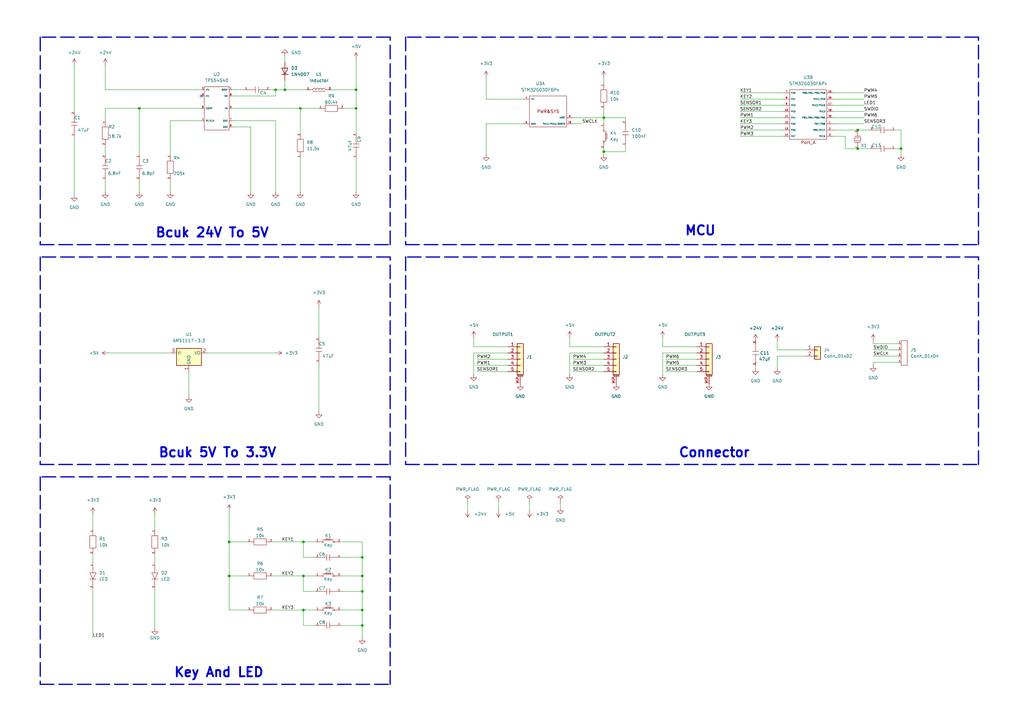
<source format=kicad_sch>
(kicad_sch (version 20211123) (generator eeschema)
  (paper "A3")
  (lib_symbols
    (symbol "Basic_crystal_and_oscillator:Xtal-2"
      (property "Reference" "X" (at -2.54 -2.54 0))
      (property "Value" "Xtal-2" (at 0 2.54 0))
      (symbol "Xtal-2_0_1"
        (rectangle (start -0.635 1.27) (end 0.635 -1.27))
        (polyline (pts (xy -2.54 0) (xy -1.27 0)))
        (polyline (pts (xy -1.27 1.27) (xy -1.27 -1.27)))
        (polyline (pts (xy 1.27 0) (xy 2.54 0)))
        (polyline (pts (xy 1.27 1.27) (xy 1.27 -1.27)))
      )
      (symbol "Xtal-2_1_1"
        (pin passive line (at -3.81 0 0) (length 1.27) (name "") (number "1"))
        (pin passive line (at 3.81 0 180) (length 1.27) (name "") (number "2"))
      )
    )
    (symbol "Basic_passive_components:Capacitor" (pin_names (offset 1.016))
      (property "Reference" "C" (at -4.445 -2.54 0))
      (property "Value" "Capacitor" (at 0 2.54 0))
      (symbol "Capacitor_0_1"
        (polyline (pts (xy -3.81 0) (xy -0.635 0)))
        (polyline (pts (xy -0.635 1.27) (xy -0.635 -1.27)))
        (polyline (pts (xy 0.635 0) (xy 3.81 0)))
        (polyline (pts (xy 0.635 1.27) (xy 0.635 -1.27)))
      )
      (symbol "Capacitor_1_1"
        (pin passive line (at -5.08 0 0) (length 1.27) (name "~") (number "1"))
        (pin passive line (at 5.08 0 180) (length 1.27) (name "~") (number "2"))
      )
    )
    (symbol "Basic_passive_components:Inductor" (pin_names (offset 1.016))
      (property "Reference" "L" (at -4.445 -2.54 0))
      (property "Value" "Inductor" (at 0 2.54 0))
      (symbol "Inductor_0_1"
        (arc (start -1.27 0) (mid -1.905 0.635) (end -2.54 0))
        (arc (start 0 0) (mid -0.635 0.635) (end -1.27 0))
        (polyline (pts (xy -2.54 -0.635) (xy 2.54 -0.635)))
        (polyline (pts (xy -2.54 0) (xy -3.81 0)))
        (polyline (pts (xy 2.54 0) (xy 3.81 0)))
        (arc (start 1.27 0) (mid 0.635 0.635) (end 0 0))
        (arc (start 2.54 0) (mid 1.905 0.635) (end 1.27 0))
      )
      (symbol "Inductor_1_1"
        (pin passive line (at -5.08 0 0) (length 1.27) (name "~") (number "1"))
        (pin passive line (at 5.08 0 180) (length 1.27) (name "~") (number "2"))
      )
    )
    (symbol "Basic_passive_components:Key"
      (property "Reference" "K" (at -3.81 -2.54 0))
      (property "Value" "Key" (at 0 2.54 0))
      (symbol "Key_0_1"
        (circle (center -2.1844 0) (radius 0.254))
        (rectangle (start -0.9144 0.8128) (end 0.9144 1.3208))
        (polyline (pts (xy -3.81 0) (xy -2.54 0)))
        (polyline (pts (xy 2.1336 0.8128) (xy -2.1844 0.8128)) (stroke (width 0.2032)))
        (polyline (pts (xy 2.54 0) (xy 3.81 0)))
        (circle (center 2.1336 0) (radius 0.254))
        (circle (center 2.54 0) (radius 0.0001))
        (circle (center 2.54 0) (radius 0.0001))
      )
      (symbol "Key_1_1"
        (pin passive line (at -5.08 0 0) (length 1.27) (name "~") (number "1"))
        (pin passive line (at 5.08 0 180) (length 1.27) (name "~") (number "2"))
      )
    )
    (symbol "Basic_passive_components:LED"
      (property "Reference" "D" (at -3.81 -2.54 0))
      (property "Value" "LED" (at 0 2.54 0))
      (symbol "LED_0_1"
        (polyline (pts (xy -2.54 0) (xy 0 0)))
        (polyline (pts (xy 0 1.27) (xy 0 -1.27)))
        (polyline (pts (xy 2.54 0) (xy 5.08 0)))
        (polyline (pts (xy 2.54 1.27) (xy 0 0) (xy 2.54 -1.27) (xy 2.54 1.27)))
      )
      (symbol "LED_1_1"
        (pin passive line (at 6.35 0 180) (length 1.27) (name "") (number "1"))
        (pin passive line (at -3.81 0 0) (length 1.27) (name "") (number "2"))
      )
    )
    (symbol "Basic_passive_components:Resistor" (pin_names (offset 1.016))
      (property "Reference" "R" (at -4.445 -2.54 0))
      (property "Value" "Resistor" (at 0 2.54 0))
      (symbol "Resistor_0_1"
        (rectangle (start -2.54 1.27) (end 2.54 -1.27))
        (polyline (pts (xy -3.81 0) (xy -2.54 0)))
        (polyline (pts (xy 2.54 0) (xy 3.81 0)))
      )
      (symbol "Resistor_1_1"
        (pin passive line (at -5.08 0 0) (length 1.27) (name "~") (number "1"))
        (pin passive line (at 5.08 0 180) (length 1.27) (name "~") (number "2"))
      )
    )
    (symbol "Connector_Generic:Conn_01x02" (pin_names (offset 1.016) hide)
      (property "Reference" "J" (at 0 2.54 0))
      (property "Value" "Conn_01x02" (at 0 -5.08 0))
      (symbol "Conn_01x02_1_1"
        (rectangle (start -1.27 -2.413) (end 0 -2.667) (stroke (width 0.1524)))
        (rectangle (start -1.27 0.127) (end 0 -0.127) (stroke (width 0.1524)))
        (rectangle (start -1.27 1.27) (end 1.27 -3.81) (stroke (width 0.254)) (fill (type background)))
        (pin passive line (at -5.08 0 0) (length 3.81) (name "Pin_1") (number "1"))
        (pin passive line (at -5.08 -2.54 0) (length 3.81) (name "Pin_2") (number "2"))
      )
    )
    (symbol "Connector_Generic_MountingPin:Conn_01x05_MountingPin" (pin_names (offset 1.016) hide)
      (property "Reference" "J" (at 0 7.62 0))
      (property "Value" "Conn_01x05_MountingPin" (at 1.27 -7.62 0))
      (symbol "Conn_01x05_MountingPin_1_1"
        (rectangle (start -1.27 -4.953) (end 0 -5.207) (stroke (width 0.1524)))
        (rectangle (start -1.27 -2.413) (end 0 -2.667) (stroke (width 0.1524)))
        (rectangle (start -1.27 0.127) (end 0 -0.127) (stroke (width 0.1524)))
        (rectangle (start -1.27 2.667) (end 0 2.413) (stroke (width 0.1524)))
        (rectangle (start -1.27 5.207) (end 0 4.953) (stroke (width 0.1524)))
        (rectangle (start -1.27 6.35) (end 1.27 -6.35) (stroke (width 0.254)) (fill (type background)))
        (polyline (pts (xy -1.016 -7.112) (xy 1.016 -7.112)) (stroke (width 0.1524)))
        (text "Mounting" (at 0 -6.731 0) (effects (font (size 0.381 0.381))))
        (pin passive line (at -5.08 5.08 0) (length 3.81) (name "Pin_1") (number "1"))
        (pin passive line (at -5.08 2.54 0) (length 3.81) (name "Pin_2") (number "2"))
        (pin passive line (at -5.08 0 0) (length 3.81) (name "Pin_3") (number "3"))
        (pin passive line (at -5.08 -2.54 0) (length 3.81) (name "Pin_4") (number "4"))
        (pin passive line (at -5.08 -5.08 0) (length 3.81) (name "Pin_5") (number "5"))
        (pin passive line (at 0 -10.16 90) (length 3.048) (name "MountPin") (number "MP"))
      )
    )
    (symbol "Diode:1N4007" (pin_numbers hide) (pin_names (offset 1.016) hide)
      (property "Reference" "D" (at 0 2.54 0))
      (property "Value" "1N4007" (at 0 -2.54 0))
      (symbol "1N4007_0_1"
        (polyline (pts (xy -1.27 1.27) (xy -1.27 -1.27)) (stroke (width 0.254)))
        (polyline (pts (xy 1.27 0) (xy -1.27 0)))
        (polyline (pts (xy 1.27 1.27) (xy 1.27 -1.27) (xy -1.27 0) (xy 1.27 1.27)) (stroke (width 0.254)))
      )
      (symbol "1N4007_1_1"
        (pin passive line (at -3.81 0 0) (length 2.54) (name "K") (number "1"))
        (pin passive line (at 3.81 0 180) (length 2.54) (name "A") (number "2"))
      )
    )
    (symbol "Integrated-circuit_DC-DC_controller:TPS54540"
      (property "Reference" "U" (at 0 11.43 0))
      (property "Value" "TPS54540" (at 0 8.89 0))
      (symbol "TPS54540_0_1"
        (rectangle (start -5.08 7.62) (end 5.08 -10.16) (stroke (width 0.1524)))
      )
      (symbol "TPS54540_1_1"
        (pin power_out line (at 6.35 6.35 180) (length 1.27) (name "BOOT") (number "1"))
        (pin power_in line (at -6.35 6.35 0) (length 1.27) (name "Vin") (number "2"))
        (pin input line (at -6.35 3.81 0) (length 1.27) (name "EN") (number "3"))
        (pin input line (at -6.35 -6.35 0) (length 1.27) (name "RT/CLK") (number "4"))
        (pin input line (at 6.35 -1.27 180) (length 1.27) (name "FB") (number "5"))
        (pin output line (at -6.35 -1.27 0) (length 1.27) (name "COMP") (number "6"))
        (pin power_in line (at 6.35 -6.35 180) (length 1.27) (name "GND") (number "7"))
        (pin input line (at 6.35 3.81 180) (length 1.27) (name "SW") (number "8"))
        (pin power_in line (at 6.35 -8.89 180) (length 1.27) (name "GND") (number "9"))
      )
    )
    (symbol "Integrated-circuit_micro-controller:STM32G030F6Px"
      (property "Reference" "U" (at 0 12.7 0))
      (property "Value" "STM32G030F6Px" (at 0 10.16 0))
      (symbol "STM32G030F6Px_1_0"
        (rectangle (start -13.97 1.27) (end -13.97 1.27) (stroke (width 0.1524)))
        (rectangle (start -13.97 1.27) (end -13.97 1.27) (stroke (width 0.1524)))
        (text "PWR&SYS" (at 0 0 0) (effects (font (size 1.27 1.27))))
      )
      (symbol "STM32G030F6Px_1_1"
        (rectangle (start -7.62 6.35) (end 7.62 -6.35))
        (pin bidirectional line (at 10.16 -5.08 180) (length 2.54) (name "PA14/PA15/BOOT0") (number "19"))
        (pin power_in line (at -10.16 5.08 0) (length 2.54) (name "Vin") (number "4"))
        (pin power_in line (at -10.16 -5.08 0) (length 2.54) (name "GND") (number "5"))
        (pin input line (at 10.16 -2.54 180) (length 2.54) (name "nRST") (number "6"))
      )
      (symbol "STM32G030F6Px_2_0"
        (text "Port_A" (at 0 -12.7 0) (effects (font (size 1.27 1.27))))
      )
      (symbol "STM32G030F6Px_2_1"
        (rectangle (start -7.62 8.89) (end 7.62 -11.43))
        (pin bidirectional line (at 10.16 -5.08 180) (length 2.54) (name "PB7/PB8") (number "1"))
        (pin bidirectional line (at -10.16 0 0) (length 2.54) (name "PA3") (number "10"))
        (pin bidirectional line (at -10.16 -2.54 0) (length 2.54) (name "PA4") (number "11"))
        (pin bidirectional line (at -10.16 -5.08 0) (length 2.54) (name "PA5") (number "12"))
        (pin bidirectional line (at -10.16 -7.62 0) (length 2.54) (name "PA6") (number "13"))
        (pin bidirectional line (at -10.16 -10.16 0) (length 2.54) (name "PA7") (number "14"))
        (pin bidirectional line (at 10.16 7.62 180) (length 2.54) (name "PB0/PB1/PB2/PA8") (number "15"))
        (pin bidirectional line (at 10.16 5.08 180) (length 2.54) (name "PA11/PA9") (number "16"))
        (pin bidirectional line (at 10.16 2.54 180) (length 2.54) (name "PA12/PA10") (number "17"))
        (pin bidirectional line (at 10.16 0 180) (length 2.54) (name "PA13") (number "18"))
        (pin bidirectional line (at 10.16 -7.62 180) (length 2.54) (name "PB9/PC14") (number "2"))
        (pin bidirectional line (at 10.16 -2.54 180) (length 2.54) (name "PB3/PB4/PB5/PB6") (number "20"))
        (pin bidirectional line (at 10.16 -10.16 180) (length 2.54) (name "PC15") (number "3"))
        (pin bidirectional line (at -10.16 7.62 0) (length 2.54) (name "PA0") (number "7"))
        (pin bidirectional line (at -10.16 5.08 0) (length 2.54) (name "PA1") (number "8"))
        (pin bidirectional line (at -10.16 2.54 0) (length 2.54) (name "PA2") (number "9"))
      )
    )
    (symbol "Link_W2B_connector:Conn_01x04"
      (property "Reference" "J" (at 0 -7.62 0))
      (property "Value" "Conn_01x04" (at 0 5.08 0))
      (symbol "Conn_01x04_0_0"
        (pin passive line (at -2.54 2.54 0) (length 1.27) (name "") (number "1"))
        (pin passive line (at -2.54 0 0) (length 1.27) (name "") (number "2"))
        (pin passive line (at -2.54 -2.54 0) (length 1.27) (name "") (number "3"))
        (pin passive line (at -2.54 -5.08 0) (length 1.27) (name "") (number "4"))
      )
      (symbol "Conn_01x04_0_1"
        (rectangle (start -1.27 3.81) (end 1.27 -6.35) (stroke (width 0.1524)))
      )
    )
    (symbol "Regulator_Linear:AMS1117-3.3" (pin_names (offset 0.254))
      (property "Reference" "U" (at -3.81 3.175 0))
      (property "Value" "AMS1117-3.3" (at 0 3.175 0))
      (symbol "AMS1117-3.3_0_1"
        (rectangle (start -5.08 -5.08) (end 5.08 1.905) (stroke (width 0.254)) (fill (type background)))
      )
      (symbol "AMS1117-3.3_1_1"
        (pin power_in line (at 0 -7.62 90) (length 2.54) (name "GND") (number "1"))
        (pin power_out line (at 7.62 0 180) (length 2.54) (name "VO") (number "2"))
        (pin power_in line (at -7.62 0 0) (length 2.54) (name "VI") (number "3"))
      )
    )
    (symbol "power:+24V" (power) (pin_names (offset 0))
      (property "Value" "+24V" (at 0 3.556 0))
      (symbol "+24V_0_1"
        (polyline (pts (xy -0.762 1.27) (xy 0 2.54)))
        (polyline (pts (xy 0 0) (xy 0 2.54)))
        (polyline (pts (xy 0 2.54) (xy 0.762 1.27)))
      )
      (symbol "+24V_1_1"
        (pin power_in line (at 0 0 90) (length 0) hide (name "+24V") (number "1"))
      )
    )
    (symbol "power:+3V3" (power) (pin_names (offset 0))
      (property "Value" "+3V3" (at 0 3.556 0))
      (symbol "+3V3_0_1"
        (polyline (pts (xy -0.762 1.27) (xy 0 2.54)))
        (polyline (pts (xy 0 0) (xy 0 2.54)))
        (polyline (pts (xy 0 2.54) (xy 0.762 1.27)))
      )
      (symbol "+3V3_1_1"
        (pin power_in line (at 0 0 90) (length 0) hide (name "+3V3") (number "1"))
      )
    )
    (symbol "power:+5V" (power) (pin_names (offset 0))
      (property "Value" "+5V" (at 0 3.556 0))
      (symbol "+5V_0_1"
        (polyline (pts (xy -0.762 1.27) (xy 0 2.54)))
        (polyline (pts (xy 0 0) (xy 0 2.54)))
        (polyline (pts (xy 0 2.54) (xy 0.762 1.27)))
      )
      (symbol "+5V_1_1"
        (pin power_in line (at 0 0 90) (length 0) hide (name "+5V") (number "1"))
      )
    )
    (symbol "power:GND" (power) (pin_names (offset 0))
      (property "Value" "GND" (at 0 -3.81 0))
      (symbol "GND_0_1"
        (polyline (pts (xy 0 0) (xy 0 -1.27) (xy 1.27 -1.27) (xy 0 -2.54) (xy -1.27 -1.27) (xy 0 -1.27)))
      )
      (symbol "GND_1_1"
        (pin power_in line (at 0 0 270) (length 0) hide (name "GND") (number "1"))
      )
    )
    (symbol "power:PWR_FLAG" (power) (pin_numbers hide) (pin_names (offset 0) hide)
      (property "Value" "PWR_FLAG" (at 0 3.81 0))
      (symbol "PWR_FLAG_0_0"
        (pin power_out line (at 0 0 90) (length 0) (name "pwr") (number "1"))
      )
      (symbol "PWR_FLAG_0_1"
        (polyline (pts (xy 0 0) (xy 0 1.27) (xy -1.016 1.905) (xy 0 2.54) (xy 1.016 1.905) (xy 0 1.27)))
      )
    )
  )
  (junction (at 148.59 250.19))
  (junction (at 351.79 60.96))
  (junction (at 146.05 44.45))
  (junction (at 93.98 236.22))
  (junction (at 124.46 250.19))
  (junction (at 146.05 36.83))
  (junction (at 247.65 48.26))
  (junction (at 116.84 36.83))
  (junction (at 124.46 222.25))
  (junction (at 124.46 236.22))
  (junction (at 148.59 256.54))
  (junction (at 369.57 60.96))
  (junction (at 93.98 222.25))
  (junction (at 148.59 228.6))
  (junction (at 148.59 236.22))
  (junction (at 123.19 44.45))
  (junction (at 148.59 242.57))
  (junction (at 247.65 62.23))
  (junction (at 57.15 44.45))
  (junction (at 113.03 36.83))
  (junction (at 351.79 53.34))
  (no_connect (at 82.55 39.37))
  (wire (pts (xy 95.25 44.45) (xy 123.19 44.45)))
  (wire (pts (xy 341.63 48.26) (xy 354.33 48.26)))
  (wire (pts (xy 195.58 147.32) (xy 208.28 147.32)))
  (wire (pts (xy 124.46 242.57) (xy 124.46 236.22)))
  (polyline (pts (xy 16.51 280.67) (xy 160.02 280.67)) (stroke (width 0.508) (type dash)))
  (wire (pts (xy 43.18 59.69) (xy 43.18 63.5)))
  (wire (pts (xy 148.59 256.54) (xy 148.59 261.62)))
  (wire (pts (xy 30.48 26.67) (xy 30.48 45.72)))
  (polyline (pts (xy 160.02 100.33) (xy 160.02 15.24)) (stroke (width 0.508) (type dash)))
  (wire (pts (xy 247.65 31.75) (xy 247.65 34.29)))
  (wire (pts (xy 273.05 152.4) (xy 285.75 152.4)))
  (wire (pts (xy 130.81 148.59) (xy 130.81 168.91)))
  (wire (pts (xy 303.53 53.34) (xy 321.31 53.34)))
  (wire (pts (xy 234.95 50.8) (xy 238.76 50.8)))
  (wire (pts (xy 148.59 250.19) (xy 148.59 256.54)))
  (wire (pts (xy 271.78 138.43) (xy 271.78 142.24)))
  (wire (pts (xy 309.88 149.86) (xy 309.88 151.13)))
  (wire (pts (xy 247.65 144.78) (xy 233.68 144.78)))
  (wire (pts (xy 194.31 142.24) (xy 208.28 142.24)))
  (wire (pts (xy 113.03 39.37) (xy 113.03 36.83)))
  (wire (pts (xy 358.14 139.7) (xy 358.14 140.97)))
  (wire (pts (xy 217.17 205.74) (xy 217.17 209.55)))
  (wire (pts (xy 256.54 48.26) (xy 247.65 48.26)))
  (polyline (pts (xy 16.51 195.58) (xy 16.51 280.67)) (stroke (width 0.508)))
  (polyline (pts (xy 16.51 190.5) (xy 160.02 190.5)) (stroke (width 0.508) (type dash)))
  (wire (pts (xy 148.59 236.22) (xy 148.59 228.6)))
  (wire (pts (xy 369.57 60.96) (xy 369.57 63.5)))
  (polyline (pts (xy 401.32 15.24) (xy 166.37 15.24)) (stroke (width 0.508)))
  (wire (pts (xy 303.53 50.8) (xy 321.31 50.8)))
  (wire (pts (xy 139.7 236.22) (xy 148.59 236.22)))
  (wire (pts (xy 341.63 55.88) (xy 346.71 55.88)))
  (wire (pts (xy 303.53 45.72) (xy 321.31 45.72)))
  (wire (pts (xy 271.78 142.24) (xy 285.75 142.24)))
  (polyline (pts (xy 160.02 190.5) (xy 160.02 105.41)) (stroke (width 0.508) (type dash)))
  (wire (pts (xy 116.84 36.83) (xy 125.73 36.83)))
  (wire (pts (xy 318.77 146.05) (xy 318.77 151.13)))
  (wire (pts (xy 195.58 149.86) (xy 208.28 149.86)))
  (wire (pts (xy 116.84 33.02) (xy 116.84 36.83)))
  (wire (pts (xy 43.18 44.45) (xy 43.18 49.53)))
  (wire (pts (xy 247.65 48.26) (xy 247.65 50.8)))
  (wire (pts (xy 130.81 125.73) (xy 130.81 138.43)))
  (wire (pts (xy 95.25 39.37) (xy 113.03 39.37)))
  (wire (pts (xy 123.19 44.45) (xy 130.81 44.45)))
  (wire (pts (xy 208.28 144.78) (xy 194.31 144.78)))
  (wire (pts (xy 341.63 43.18) (xy 354.33 43.18)))
  (wire (pts (xy 43.18 44.45) (xy 57.15 44.45)))
  (wire (pts (xy 146.05 64.77) (xy 146.05 78.74)))
  (wire (pts (xy 368.3 148.59) (xy 358.14 148.59)))
  (wire (pts (xy 247.65 62.23) (xy 247.65 63.5)))
  (wire (pts (xy 111.76 222.25) (xy 124.46 222.25)))
  (wire (pts (xy 77.47 152.4) (xy 77.47 162.56)))
  (wire (pts (xy 303.53 43.18) (xy 321.31 43.18)))
  (wire (pts (xy 330.2 146.05) (xy 318.77 146.05)))
  (wire (pts (xy 367.03 53.34) (xy 369.57 53.34)))
  (wire (pts (xy 124.46 256.54) (xy 124.46 250.19)))
  (wire (pts (xy 85.09 144.78) (xy 113.03 144.78)))
  (wire (pts (xy 63.5 227.33) (xy 63.5 231.14)))
  (wire (pts (xy 140.97 44.45) (xy 146.05 44.45)))
  (wire (pts (xy 303.53 55.88) (xy 321.31 55.88)))
  (wire (pts (xy 247.65 48.26) (xy 234.95 48.26)))
  (wire (pts (xy 129.54 228.6) (xy 124.46 228.6)))
  (polyline (pts (xy 160.02 15.24) (xy 16.51 15.24)) (stroke (width 0.508)))
  (wire (pts (xy 273.05 147.32) (xy 285.75 147.32)))
  (wire (pts (xy 341.63 50.8) (xy 354.33 50.8)))
  (polyline (pts (xy 160.02 105.41) (xy 16.51 105.41)) (stroke (width 0.508)))
  (wire (pts (xy 346.71 55.88) (xy 346.71 60.96)))
  (wire (pts (xy 146.05 44.45) (xy 146.05 54.61)))
  (wire (pts (xy 102.87 52.07) (xy 102.87 78.74)))
  (wire (pts (xy 44.45 144.78) (xy 69.85 144.78)))
  (wire (pts (xy 38.1 241.3) (xy 38.1 261.62)))
  (wire (pts (xy 358.14 140.97) (xy 368.3 140.97)))
  (wire (pts (xy 146.05 24.13) (xy 146.05 36.83)))
  (polyline (pts (xy 401.32 105.41) (xy 166.37 105.41)) (stroke (width 0.508)))
  (wire (pts (xy 93.98 222.25) (xy 93.98 236.22)))
  (wire (pts (xy 124.46 222.25) (xy 129.54 222.25)))
  (wire (pts (xy 199.39 40.64) (xy 199.39 31.75)))
  (wire (pts (xy 116.84 22.86) (xy 116.84 25.4)))
  (wire (pts (xy 367.03 60.96) (xy 369.57 60.96)))
  (wire (pts (xy 303.53 40.64) (xy 321.31 40.64)))
  (wire (pts (xy 351.79 60.96) (xy 356.87 60.96)))
  (wire (pts (xy 234.95 152.4) (xy 247.65 152.4)))
  (polyline (pts (xy 401.32 190.5) (xy 401.32 105.41)) (stroke (width 0.508) (type dash)))
  (wire (pts (xy 271.78 144.78) (xy 271.78 153.67)))
  (wire (pts (xy 139.7 228.6) (xy 148.59 228.6)))
  (wire (pts (xy 303.53 48.26) (xy 321.31 48.26)))
  (wire (pts (xy 233.68 138.43) (xy 233.68 142.24)))
  (wire (pts (xy 113.03 49.53) (xy 113.03 78.74)))
  (wire (pts (xy 124.46 228.6) (xy 124.46 222.25)))
  (wire (pts (xy 129.54 242.57) (xy 124.46 242.57)))
  (wire (pts (xy 95.25 49.53) (xy 113.03 49.53)))
  (wire (pts (xy 214.63 50.8) (xy 199.39 50.8)))
  (wire (pts (xy 358.14 143.51) (xy 368.3 143.51)))
  (polyline (pts (xy 16.51 100.33) (xy 160.02 100.33)) (stroke (width 0.508) (type dash)))
  (wire (pts (xy 113.03 36.83) (xy 116.84 36.83)))
  (wire (pts (xy 303.53 38.1) (xy 321.31 38.1)))
  (polyline (pts (xy 160.02 195.58) (xy 16.51 195.58)) (stroke (width 0.508)))
  (polyline (pts (xy 166.37 15.24) (xy 166.37 100.33)) (stroke (width 0.508)))
  (wire (pts (xy 69.85 49.53) (xy 69.85 63.5)))
  (wire (pts (xy 95.25 36.83) (xy 100.33 36.83)))
  (wire (pts (xy 38.1 227.33) (xy 38.1 231.14)))
  (wire (pts (xy 148.59 242.57) (xy 148.59 250.19)))
  (wire (pts (xy 233.68 144.78) (xy 233.68 153.67)))
  (wire (pts (xy 63.5 241.3) (xy 63.5 257.81)))
  (wire (pts (xy 30.48 55.88) (xy 30.48 80.01)))
  (wire (pts (xy 43.18 26.67) (xy 43.18 36.83)))
  (wire (pts (xy 247.65 44.45) (xy 247.65 48.26)))
  (wire (pts (xy 95.25 52.07) (xy 102.87 52.07)))
  (wire (pts (xy 256.54 62.23) (xy 247.65 62.23)))
  (wire (pts (xy 38.1 210.82) (xy 38.1 217.17)))
  (polyline (pts (xy 166.37 100.33) (xy 401.32 100.33)) (stroke (width 0.508) (type dash)))
  (polyline (pts (xy 16.51 15.24) (xy 16.51 100.33)) (stroke (width 0.508)))
  (wire (pts (xy 148.59 236.22) (xy 148.59 242.57)))
  (wire (pts (xy 148.59 228.6) (xy 148.59 222.25)))
  (polyline (pts (xy 401.32 100.33) (xy 401.32 15.24)) (stroke (width 0.508) (type dash)))
  (wire (pts (xy 93.98 222.25) (xy 101.6 222.25)))
  (wire (pts (xy 358.14 148.59) (xy 358.14 149.86)))
  (wire (pts (xy 194.31 138.43) (xy 194.31 142.24)))
  (wire (pts (xy 341.63 45.72) (xy 354.33 45.72)))
  (wire (pts (xy 229.87 205.74) (xy 229.87 208.28)))
  (wire (pts (xy 139.7 250.19) (xy 148.59 250.19)))
  (polyline (pts (xy 166.37 105.41) (xy 166.37 190.5)) (stroke (width 0.508)))
  (wire (pts (xy 341.63 53.34) (xy 351.79 53.34)))
  (wire (pts (xy 93.98 236.22) (xy 101.6 236.22)))
  (polyline (pts (xy 166.37 190.5) (xy 401.32 190.5)) (stroke (width 0.508) (type dash)))
  (wire (pts (xy 204.47 205.74) (xy 204.47 209.55)))
  (wire (pts (xy 214.63 40.64) (xy 199.39 40.64)))
  (wire (pts (xy 234.95 147.32) (xy 247.65 147.32)))
  (wire (pts (xy 247.65 60.96) (xy 247.65 62.23)))
  (wire (pts (xy 234.95 149.86) (xy 247.65 149.86)))
  (wire (pts (xy 69.85 73.66) (xy 69.85 78.74)))
  (wire (pts (xy 123.19 64.77) (xy 123.19 78.74)))
  (polyline (pts (xy 16.51 105.41) (xy 16.51 190.5)) (stroke (width 0.508)))
  (wire (pts (xy 358.14 146.05) (xy 368.3 146.05)))
  (wire (pts (xy 285.75 144.78) (xy 271.78 144.78)))
  (wire (pts (xy 369.57 53.34) (xy 369.57 60.96)))
  (wire (pts (xy 124.46 236.22) (xy 129.54 236.22)))
  (wire (pts (xy 111.76 236.22) (xy 124.46 236.22)))
  (wire (pts (xy 93.98 250.19) (xy 101.6 250.19)))
  (wire (pts (xy 57.15 73.66) (xy 57.15 78.74)))
  (wire (pts (xy 139.7 256.54) (xy 148.59 256.54)))
  (wire (pts (xy 124.46 250.19) (xy 129.54 250.19)))
  (wire (pts (xy 57.15 44.45) (xy 57.15 63.5)))
  (wire (pts (xy 191.77 205.74) (xy 191.77 209.55)))
  (wire (pts (xy 69.85 49.53) (xy 82.55 49.53)))
  (wire (pts (xy 351.79 53.34) (xy 356.87 53.34)))
  (wire (pts (xy 43.18 36.83) (xy 82.55 36.83)))
  (wire (pts (xy 341.63 38.1) (xy 354.33 38.1)))
  (polyline (pts (xy 160.02 280.67) (xy 160.02 195.58)) (stroke (width 0.508) (type dash)))
  (wire (pts (xy 194.31 144.78) (xy 194.31 153.67)))
  (wire (pts (xy 93.98 209.55) (xy 93.98 222.25)))
  (wire (pts (xy 111.76 250.19) (xy 124.46 250.19)))
  (wire (pts (xy 146.05 36.83) (xy 135.89 36.83)))
  (wire (pts (xy 273.05 149.86) (xy 285.75 149.86)))
  (wire (pts (xy 233.68 142.24) (xy 247.65 142.24)))
  (wire (pts (xy 113.03 36.83) (xy 110.49 36.83)))
  (wire (pts (xy 341.63 40.64) (xy 354.33 40.64)))
  (wire (pts (xy 330.2 143.51) (xy 318.77 143.51)))
  (wire (pts (xy 256.54 49.53) (xy 256.54 48.26)))
  (wire (pts (xy 318.77 143.51) (xy 318.77 139.7)))
  (wire (pts (xy 146.05 36.83) (xy 146.05 44.45)))
  (wire (pts (xy 346.71 60.96) (xy 351.79 60.96)))
  (wire (pts (xy 123.19 44.45) (xy 123.19 54.61)))
  (wire (pts (xy 199.39 50.8) (xy 199.39 63.5)))
  (wire (pts (xy 256.54 59.69) (xy 256.54 62.23)))
  (wire (pts (xy 195.58 152.4) (xy 208.28 152.4)))
  (wire (pts (xy 129.54 256.54) (xy 124.46 256.54)))
  (wire (pts (xy 63.5 210.82) (xy 63.5 217.17)))
  (wire (pts (xy 43.18 73.66) (xy 43.18 78.74)))
  (wire (pts (xy 139.7 242.57) (xy 148.59 242.57)))
  (wire (pts (xy 148.59 222.25) (xy 139.7 222.25)))
  (wire (pts (xy 57.15 44.45) (xy 82.55 44.45)))
  (wire (pts (xy 93.98 236.22) (xy 93.98 250.19)))
  (text "Key And LED" (at 71.12 278.13 0) (effects (font (size 3.81 3.81) (thickness 0.762) bold) (justify left bottom)))
  (text "MCU\n\n\n" (at 280.67 109.22 0) (effects (font (size 3.81 3.81) (thickness 0.762) bold) (justify left bottom)))
  (text "Connector\n" (at 278.13 187.96 0) (effects (font (size 3.81 3.81) (thickness 0.762) bold) (justify left bottom)))
  (text "Bcuk 24V To 5V" (at 63.5 97.79 0) (effects (font (size 3.81 3.81) (thickness 0.762) bold) (justify left bottom)))
  (text "Bcuk 5V To 3.3V" (at 64.77 187.96 0) (effects (font (size 3.81 3.81) (thickness 0.762) bold) (justify left bottom)))
  (label "PWM2" (at 195.58 147.32 0))
  (label "LED1" (at 38.1 261.62 0))
  (label "PWM6" (at 273.05 147.32 0))
  (label "KEY3" (at 115.57 250.19 0))
  (label "KEY2" (at 115.57 236.22 0))
  (label "PWM6" (at 354.33 48.26 0))
  (label "SENSOR2" (at 303.53 45.72 0))
  (label "SWCLK" (at 358.14 146.05 0))
  (label "PWM4" (at 354.33 38.1 0))
  (label "PWM1" (at 303.53 48.26 0))
  (label "SENSOR3" (at 354.33 50.8 0))
  (label "KEY1" (at 303.53 38.1 0))
  (label "SWCLK" (at 238.76 50.8 0))
  (label "PWM2" (at 303.53 53.34 0))
  (label "PWM5" (at 354.33 40.64 0))
  (label "SENSOR1" (at 195.58 152.4 0))
  (label "SENSOR3" (at 273.05 152.4 0))
  (label "PWM3" (at 303.53 55.88 0))
  (label "PWM3" (at 234.95 149.86 0))
  (label "SWDIO" (at 358.14 143.51 0))
  (label "KEY1" (at 115.57 222.25 0))
  (label "SWDIO" (at 354.33 45.72 0))
  (label "LED1" (at 354.33 43.18 0))
  (label "PWM4" (at 234.95 147.32 0))
  (label "SENSOR2" (at 234.95 152.4 0))
  (label "SENSOR1" (at 303.53 43.18 0))
  (label "KEY2" (at 303.53 40.64 0))
  (label "PWM5" (at 273.05 149.86 0))
  (label "KEY3" (at 303.53 50.8 0))
  (label "PWM1" (at 195.58 149.86 0))
  (symbol (lib_id "power:+5V") (at 271.78 138.43 0) (unit 1)
    (property "Reference" "#PWR031" (effects hide))
    (property "Value" "+5V" (at 271.78 133.35 0))
  )
  (symbol (lib_id "Basic_crystal_and_oscillator:Xtal-2") (at 351.79 57.15 90) (unit 1)
    (property "Reference" "X1" (at 354.33 59.69 90))
    (property "Value" "8M" (effects hide))
    (property "Footprint" "Crystal:Crystal_HC49-U_Vertical" (effects hide))
  )
  (symbol (lib_id "Diode:1N4007") (at 116.84 29.21 90) (unit 1)
    (property "Reference" "D3" (at 119.38 27.9399 90) (effects (justify right)))
    (property "Value" "1N4007" (at 119.38 30.4799 90) (effects (justify right)))
    (property "Footprint" "Diode_SMD:D_SMA" (effects hide))
    (property "Datasheet" "http://www.vishay.com/docs/88503/1n4001.pdf" (effects hide))
  )
  (symbol (lib_id "power:+3V3") (at 247.65 31.75 0) (unit 1)
    (property "Reference" "#PWR029" (effects hide))
    (property "Value" "+3V3" (at 247.65 26.035 0))
  )
  (symbol (lib_id "Basic_passive_components:Capacitor") (at 361.95 60.96 180) (unit 1)
    (property "Reference" "C13" (at 359.41 59.69 0))
    (property "Value" "22pF" (effects hide))
    (property "Footprint" "Capacitor_SMD:C_0603_1608Metric" (effects hide))
  )
  (symbol (lib_id "Basic_passive_components:Capacitor") (at 105.41 36.83 0) (unit 1)
    (property "Reference" "C4" (at 107.95 38.1 0))
    (property "Value" "100nF" (effects hide))
    (property "Footprint" "Capacitor_SMD:C_0603_1608Metric" (effects hide))
  )
  (symbol (lib_id "Basic_passive_components:Capacitor") (at 134.62 256.54 180) (unit 1)
    (property "Reference" "C8" (at 132.08 255.27 0))
    (property "Value" "100nF" (effects hide))
    (property "Footprint" "Capacitor_SMD:C_0603_1608Metric" (effects hide))
  )
  (symbol (lib_id "power:GND") (at 57.15 78.74 0) (unit 1)
    (property "Reference" "#PWR08" (effects hide))
    (property "Value" "GND" (at 57.15 83.82 0))
  )
  (symbol (lib_id "power:+3V3") (at 38.1 210.82 0) (unit 1)
    (property "Reference" "#PWR03" (effects hide))
    (property "Value" "+3V3" (at 38.1 205.105 0))
  )
  (symbol (lib_id "power:GND") (at 194.31 153.67 0) (unit 1)
    (property "Reference" "#PWR024" (effects hide))
    (property "Value" "GND" (at 194.31 158.75 0))
  )
  (symbol (lib_id "Basic_passive_components:Key") (at 134.62 222.25 0) (unit 1)
    (property "Reference" "K1" (at 134.62 219.71 0))
    (property "Value" "Key" (at 134.62 223.52 0))
    (property "Footprint" "Button_Switch_SMD:SW_DIP_SPSTx01_Slide_6.7x4.1mm_W6.73mm_P2.54mm_LowProfile_JPin" (effects hide))
  )
  (symbol (lib_id "Basic_passive_components:Inductor") (at 130.81 36.83 0) (unit 1)
    (property "Reference" "L1" (at 130.81 30.48 0))
    (property "Value" "Inductor" (at 130.81 33.02 0))
    (property "Footprint" "Inductor_SMD:L_7.3x7.3_H4.5" (effects hide))
  )
  (symbol (lib_id "Basic_passive_components:Resistor") (at 123.19 59.69 90) (unit 1)
    (property "Reference" "R8" (at 125.73 58.4199 90) (effects (justify right)))
    (property "Value" "11.5k" (at 125.73 60.9599 90) (effects (justify right)))
    (property "Footprint" "Resistor_SMD:R_0603_1608Metric" (effects hide))
  )
  (symbol (lib_id "Basic_passive_components:Resistor") (at 43.18 54.61 270) (unit 1)
    (property "Reference" "R2" (at 44.45 52.07 90) (effects (justify left)))
    (property "Value" "18.7k" (at 44.45 55.88 90) (effects (justify left)))
    (property "Footprint" "Resistor_SMD:R_0603_1608Metric" (effects hide))
  )
  (symbol (lib_id "power:PWR_FLAG") (at 191.77 205.74 0) (unit 1)
    (property "Reference" "#FLG01" (effects hide))
    (property "Value" "PWR_FLAG" (at 191.77 200.66 0))
  )
  (symbol (lib_id "power:+3V3") (at 199.39 31.75 0) (unit 1)
    (property "Reference" "#PWR025" (effects hide))
    (property "Value" "+3V3" (at 199.39 26.035 0))
  )
  (symbol (lib_id "Regulator_Linear:AMS1117-3.3") (at 77.47 144.78 0) (unit 1)
    (property "Reference" "U1" (at 77.47 137.16 0))
    (property "Value" "AMS1117-3.3" (at 77.47 139.7 0))
    (property "Footprint" "Package_TO_SOT_SMD:SOT-223-3_TabPin2" (effects hide))
    (property "Datasheet" "http://www.advanced-monolithic.com/pdf/ds1117.pdf" (effects hide))
  )
  (symbol (lib_id "power:GND") (at 309.88 151.13 0) (unit 1)
    (property "Reference" "#PWR034" (effects hide))
    (property "Value" "GND" (at 309.88 156.21 0))
  )
  (symbol (lib_id "Basic_passive_components:Resistor") (at 63.5 222.25 270) (unit 1)
    (property "Reference" "R3" (at 66.04 220.9799 90) (effects (justify left)))
    (property "Value" "10k" (at 66.04 223.5199 90) (effects (justify left)))
    (property "Footprint" "Resistor_SMD:R_0603_1608Metric" (effects hide))
  )
  (symbol (lib_id "Basic_passive_components:Capacitor") (at 130.81 143.51 90) (unit 1)
    (property "Reference" "C5" (at 132.08 140.97 90))
    (property "Value" "47uF" (at 134.62 146.05 90))
    (property "Footprint" "Capacitor_SMD:C_0603_1608Metric" (effects hide))
  )
  (symbol (lib_id "Link_W2B_connector:Conn_01x04") (at 370.84 143.51 0) (unit 1)
    (property "Reference" "J5" (at 373.38 143.5099 0) (effects (justify left)))
    (property "Value" "Conn_01x04" (at 373.38 146.0499 0) (effects (justify left)))
    (property "Footprint" "Connector_PinHeader_2.54mm:PinHeader_1x04_P2.54mm_Horizontal" (effects hide))
  )
  (symbol (lib_id "power:+3V3") (at 358.14 139.7 0) (unit 1)
    (property "Reference" "#PWR037" (effects hide))
    (property "Value" "+3V3" (at 358.14 133.985 0))
  )
  (symbol (lib_id "power:GND") (at 229.87 208.28 0) (unit 1)
    (property "Reference" "#PWR043" (effects hide))
    (property "Value" "GND" (at 229.87 213.36 0))
  )
  (symbol (lib_id "Basic_passive_components:Key") (at 134.62 236.22 0) (unit 1)
    (property "Reference" "K2" (at 134.62 233.68 0))
    (property "Value" "Key" (at 134.62 237.49 0))
    (property "Footprint" "Button_Switch_SMD:SW_DIP_SPSTx01_Slide_6.7x4.1mm_W6.73mm_P2.54mm_LowProfile_JPin" (effects hide))
  )
  (symbol (lib_id "power:GND") (at 30.48 80.01 0) (unit 1)
    (property "Reference" "#PWR02" (effects hide))
    (property "Value" "GND" (at 30.48 85.09 0))
  )
  (symbol (lib_id "power:GND") (at 116.84 22.86 180) (unit 1)
    (property "Reference" "#PWR016" (effects hide))
    (property "Value" "GND" (at 119.38 21.5899 0) (effects (justify right)))
  )
  (symbol (lib_id "power:GND") (at 43.18 78.74 0) (unit 1)
    (property "Reference" "#PWR05" (effects hide))
    (property "Value" "GND" (at 43.18 83.82 0))
  )
  (symbol (lib_id "power:+3V3") (at 93.98 209.55 0) (unit 1)
    (property "Reference" "#PWR012" (effects hide))
    (property "Value" "+3V3" (at 93.98 203.835 0))
  )
  (symbol (lib_id "power:GND") (at 213.36 157.48 0) (unit 1)
    (property "Reference" "#PWR?" (effects hide))
    (property "Value" "GND" (at 213.36 162.56 0))
  )
  (symbol (lib_id "power:+3V3") (at 63.5 210.82 0) (unit 1)
    (property "Reference" "#PWR09" (effects hide))
    (property "Value" "+3V3" (at 63.5 205.105 0))
  )
  (symbol (lib_id "power:+24V") (at 309.88 139.7 0) (unit 1)
    (property "Reference" "#PWR033" (effects hide))
    (property "Value" "+24V" (at 309.88 134.62 0))
  )
  (symbol (lib_id "power:GND") (at 113.03 78.74 0) (unit 1)
    (property "Reference" "#PWR014" (effects hide))
    (property "Value" "GND" (at 113.03 83.82 0))
  )
  (symbol (lib_id "Basic_passive_components:Key") (at 134.62 250.19 0) (unit 1)
    (property "Reference" "K3" (at 134.62 247.65 0))
    (property "Value" "Key" (at 134.62 251.46 0))
    (property "Footprint" "Button_Switch_SMD:SW_DIP_SPSTx01_Slide_6.7x4.1mm_W6.73mm_P2.54mm_LowProfile_JPin" (effects hide))
  )
  (symbol (lib_id "power:+5V") (at 44.45 144.78 90) (unit 1)
    (property "Reference" "#PWR06" (effects hide))
    (property "Value" "+5V" (at 40.64 144.7799 90) (effects (justify left)))
  )
  (symbol (lib_id "power:GND") (at 318.77 151.13 0) (unit 1)
    (property "Reference" "#PWR036" (effects hide))
    (property "Value" "GND" (at 318.77 156.21 0))
  )
  (symbol (lib_id "Connector_Generic_MountingPin:Conn_01x05_MountingPin") (at 213.36 147.32 0) (unit 1)
    (property "Reference" "J1" (at 215.9 146.4055 0) (effects (justify left)))
    (property "Value" "OUTPUT1" (at 201.93 137.16 0) (effects (justify left)))
    (property "Footprint" "Connector_JST:JST_GH_SM05B-GHS-TB_1x05-1MP_P1.25mm_Horizontal" (effects hide))
  )
  (symbol (lib_id "power:GND") (at 199.39 63.5 0) (unit 1)
    (property "Reference" "#PWR026" (effects hide))
    (property "Value" "GND" (at 199.39 68.58 0))
  )
  (symbol (lib_id "Basic_passive_components:Capacitor") (at 134.62 242.57 180) (unit 1)
    (property "Reference" "C7" (at 132.08 241.3 0))
    (property "Value" "100nF" (effects hide))
    (property "Footprint" "Capacitor_SMD:C_0603_1608Metric" (effects hide))
  )
  (symbol (lib_id "power:+5V") (at 233.68 138.43 0) (unit 1)
    (property "Reference" "#PWR027" (effects hide))
    (property "Value" "+5V" (at 233.68 133.35 0))
  )
  (symbol (lib_id "power:+3V3") (at 113.03 144.78 270) (unit 1)
    (property "Reference" "#PWR015" (effects hide))
    (property "Value" "+3V3" (at 116.84 144.7799 90) (effects (justify left)))
  )
  (symbol (lib_id "Integrated-circuit_micro-controller:STM32G030F6Px") (at 331.47 45.72 0) (unit 2)
    (property "Reference" "U3" (at 331.47 31.75 0))
    (property "Value" "STM32G030F6Px" (at 331.47 34.29 0))
    (property "Footprint" "Package_SO:TSSOP-20_4.4x6.5mm_P0.65mm" (effects hide))
  )
  (symbol (lib_id "power:+24V") (at 318.77 139.7 0) (unit 1)
    (property "Reference" "#PWR035" (effects hide))
    (property "Value" "+24V" (at 318.77 134.62 0))
  )
  (symbol (lib_id "power:GND") (at 148.59 261.62 0) (unit 1)
    (property "Reference" "#PWR022" (effects hide))
    (property "Value" "GND" (at 148.59 266.7 0))
  )
  (symbol (lib_id "Basic_passive_components:Resistor") (at 69.85 68.58 270) (unit 1)
    (property "Reference" "R4" (at 71.12 64.77 90) (effects (justify left)))
    (property "Value" "205k" (at 71.12 71.12 90) (effects (justify left)))
    (property "Footprint" "Resistor_SMD:R_0603_1608Metric" (effects hide))
  )
  (symbol (lib_id "power:+5V") (at 204.47 209.55 180) (unit 1)
    (property "Reference" "#PWR041" (effects hide))
    (property "Value" "+5V" (at 207.01 210.8199 0) (effects (justify right)))
  )
  (symbol (lib_id "Integrated-circuit_micro-controller:STM32G030F6Px") (at 224.79 45.72 0) (unit 1)
    (property "Reference" "U3" (at 221.5769 34.29 0))
    (property "Value" "STM32G030F6Px" (at 221.5769 36.83 0))
    (property "Footprint" "Package_SO:TSSOP-20_4.4x6.5mm_P0.65mm" (effects hide))
  )
  (symbol (lib_id "power:GND") (at 63.5 257.81 0) (unit 1)
    (property "Reference" "#PWR010" (effects hide))
    (property "Value" "GND" (at 63.5 261.62 0))
  )
  (symbol (lib_id "Basic_passive_components:Capacitor") (at 43.18 68.58 90) (unit 1)
    (property "Reference" "C2" (at 44.45 66.04 90))
    (property "Value" "6.8nF" (at 46.99 71.12 90))
    (property "Footprint" "Capacitor_SMD:C_0603_1608Metric" (effects hide))
  )
  (symbol (lib_id "Basic_passive_components:Resistor") (at 38.1 222.25 270) (unit 1)
    (property "Reference" "R1" (at 40.64 220.9799 90) (effects (justify left)))
    (property "Value" "10k" (at 40.64 223.5199 90) (effects (justify left)))
    (property "Footprint" "Resistor_SMD:R_0603_1608Metric" (effects hide))
  )
  (symbol (lib_id "power:GND") (at 271.78 153.67 0) (unit 1)
    (property "Reference" "#PWR032" (effects hide))
    (property "Value" "GND" (at 271.78 158.75 0))
  )
  (symbol (lib_id "power:GND") (at 69.85 78.74 0) (unit 1)
    (property "Reference" "#PWR011" (effects hide))
    (property "Value" "GND" (at 69.85 83.82 0))
  )
  (symbol (lib_id "power:GND") (at 233.68 153.67 0) (unit 1)
    (property "Reference" "#PWR028" (effects hide))
    (property "Value" "GND" (at 233.68 158.75 0))
  )
  (symbol (lib_id "Connector_Generic:Conn_01x02") (at 335.28 143.51 0) (unit 1)
    (property "Reference" "J4" (at 337.82 143.5099 0) (effects (justify left)))
    (property "Value" "Conn_01x02" (at 337.82 146.0499 0) (effects (justify left)))
    (property "Footprint" "Connector_AMASS:AMASS_XT30PW-M_1x02_P2.50mm_Horizontal" (effects hide))
  )
  (symbol (lib_id "power:GND") (at 130.81 168.91 0) (unit 1)
    (property "Reference" "#PWR019" (effects hide))
    (property "Value" "GND" (at 130.81 173.99 0))
  )
  (symbol (lib_id "Basic_passive_components:LED") (at 38.1 237.49 90) (unit 1)
    (property "Reference" "D1" (at 40.64 234.9499 90) (effects (justify right)))
    (property "Value" "LED" (at 40.64 237.4899 90) (effects (justify right)))
    (property "Footprint" "LED_SMD:LED_0603_1608Metric" (effects hide))
  )
  (symbol (lib_id "power:GND") (at 102.87 78.74 0) (unit 1)
    (property "Reference" "#PWR013" (effects hide))
    (property "Value" "GND" (at 102.87 83.82 0))
  )
  (symbol (lib_id "power:+24V") (at 191.77 209.55 180) (unit 1)
    (property "Reference" "#PWR040" (effects hide))
    (property "Value" "+24V" (at 194.31 210.8199 0) (effects (justify right)))
  )
  (symbol (lib_id "Basic_passive_components:LED") (at 63.5 237.49 90) (unit 1)
    (property "Reference" "D2" (at 66.04 234.9499 90) (effects (justify right)))
    (property "Value" "LED" (at 66.04 237.4899 90) (effects (justify right)))
    (property "Footprint" "LED_SMD:LED_0603_1608Metric" (effects hide))
  )
  (symbol (lib_id "power:+5V") (at 146.05 24.13 0) (unit 1)
    (property "Reference" "#PWR020" (effects hide))
    (property "Value" "+5V" (at 146.05 19.05 0))
  )
  (symbol (lib_id "Connector_Generic_MountingPin:Conn_01x05_MountingPin") (at 252.73 147.32 0) (unit 1)
    (property "Reference" "J2" (at 255.27 146.4055 0) (effects (justify left)))
    (property "Value" "OUTPUT2" (at 243.84 137.16 0) (effects (justify left)))
    (property "Footprint" "Connector_JST:JST_GH_SM05B-GHS-TB_1x05-1MP_P1.25mm_Horizontal" (effects hide))
  )
  (symbol (lib_id "power:PWR_FLAG") (at 204.47 205.74 0) (unit 1)
    (property "Reference" "#FLG02" (effects hide))
    (property "Value" "PWR_FLAG" (at 204.47 200.66 0))
  )
  (symbol (lib_id "power:+5V") (at 194.31 138.43 0) (unit 1)
    (property "Reference" "#PWR023" (effects hide))
    (property "Value" "+5V" (at 194.31 133.35 0))
  )
  (symbol (lib_id "power:+24V") (at 43.18 26.67 0) (unit 1)
    (property "Reference" "#PWR04" (effects hide))
    (property "Value" "+24V" (at 43.18 21.59 0))
  )
  (symbol (lib_id "Basic_passive_components:Resistor") (at 106.68 236.22 0) (unit 1)
    (property "Reference" "R6" (at 106.68 231.14 0))
    (property "Value" "10k" (at 106.68 233.68 0))
    (property "Footprint" "Resistor_SMD:R_0603_1608Metric" (effects hide))
  )
  (symbol (lib_id "Basic_passive_components:Capacitor") (at 361.95 53.34 180) (unit 1)
    (property "Reference" "C12" (at 359.41 52.07 0))
    (property "Value" "22pF" (effects hide))
    (property "Footprint" "Capacitor_SMD:C_0603_1608Metric" (effects hide))
  )
  (symbol (lib_id "Basic_passive_components:Capacitor") (at 134.62 228.6 180) (unit 1)
    (property "Reference" "C6" (at 132.08 227.33 0))
    (property "Value" "100nF" (effects hide))
    (property "Footprint" "Capacitor_SMD:C_0603_1608Metric" (effects hide))
  )
  (symbol (lib_id "power:GND") (at 247.65 63.5 0) (unit 1)
    (property "Reference" "#PWR030" (effects hide))
    (property "Value" "GND" (at 247.65 68.58 0))
  )
  (symbol (lib_id "power:GND") (at 290.83 157.48 0) (unit 1)
    (property "Reference" "#PWR?" (effects hide))
    (property "Value" "GND" (at 290.83 162.56 0))
  )
  (symbol (lib_id "power:+24V") (at 30.48 26.67 0) (unit 1)
    (property "Reference" "#PWR01" (effects hide))
    (property "Value" "+24V" (at 30.48 21.59 0))
  )
  (symbol (lib_id "power:GND") (at 369.57 63.5 0) (unit 1)
    (property "Reference" "#PWR039" (effects hide))
    (property "Value" "GND" (at 369.57 68.58 0))
  )
  (symbol (lib_id "Basic_passive_components:Capacitor") (at 256.54 54.61 90) (unit 1)
    (property "Reference" "C10" (at 259.08 53.3399 90) (effects (justify right)))
    (property "Value" "100nF" (at 259.08 55.8799 90) (effects (justify right)))
    (property "Footprint" "Capacitor_SMD:C_0603_1608Metric" (effects hide))
  )
  (symbol (lib_id "Basic_passive_components:Capacitor") (at 30.48 50.8 90) (unit 1)
    (property "Reference" "C1" (at 31.75 48.26 90))
    (property "Value" "47uF" (at 34.29 53.34 90))
    (property "Footprint" "Capacitor_SMD:C_0805_2012Metric" (effects hide))
  )
  (symbol (lib_id "power:+3V3") (at 130.81 125.73 0) (unit 1)
    (property "Reference" "#PWR018" (effects hide))
    (property "Value" "+3V3" (at 130.81 120.015 0))
  )
  (symbol (lib_id "power:GND") (at 358.14 149.86 0) (unit 1)
    (property "Reference" "#PWR038" (effects hide))
    (property "Value" "GND" (at 358.14 154.94 0))
  )
  (symbol (lib_id "power:+3V3") (at 217.17 209.55 180) (unit 1)
    (property "Reference" "#PWR042" (effects hide))
    (property "Value" "+3V3" (at 219.71 210.8199 0) (effects (justify right)))
  )
  (symbol (lib_id "Basic_passive_components:Resistor") (at 135.89 44.45 0) (unit 1)
    (property "Reference" "R9" (at 135.89 39.37 0))
    (property "Value" "60.4k" (at 135.89 41.91 0))
    (property "Footprint" "Resistor_SMD:R_0603_1608Metric" (effects hide))
  )
  (symbol (lib_id "Basic_passive_components:Resistor") (at 247.65 39.37 270) (unit 1)
    (property "Reference" "R10" (at 250.19 38.0999 90) (effects (justify left)))
    (property "Value" "10k" (at 250.19 40.6399 90) (effects (justify left)))
    (property "Footprint" "Resistor_SMD:R_0603_1608Metric" (effects hide))
  )
  (symbol (lib_id "Basic_passive_components:Resistor") (at 106.68 250.19 0) (unit 1)
    (property "Reference" "R7" (at 106.68 245.11 0))
    (property "Value" "10k" (at 106.68 247.65 0))
    (property "Footprint" "Resistor_SMD:R_0603_1608Metric" (effects hide))
  )
  (symbol (lib_id "Basic_passive_components:Resistor") (at 106.68 222.25 0) (unit 1)
    (property "Reference" "R5" (at 106.68 217.17 0))
    (property "Value" "10k" (at 106.68 219.71 0))
    (property "Footprint" "Resistor_SMD:R_0603_1608Metric" (effects hide))
  )
  (symbol (lib_id "Connector_Generic_MountingPin:Conn_01x05_MountingPin") (at 290.83 147.32 0) (unit 1)
    (property "Reference" "J3" (at 293.37 146.4055 0) (effects (justify left)))
    (property "Value" "OUTPUT3" (at 280.67 137.16 0) (effects (justify left)))
    (property "Footprint" "Connector_JST:JST_GH_SM05B-GHS-TB_1x05-1MP_P1.25mm_Horizontal" (effects hide))
  )
  (symbol (lib_id "Basic_passive_components:Capacitor") (at 57.15 68.58 270) (unit 1)
    (property "Reference" "C3" (at 59.69 66.04 90))
    (property "Value" "6.8pF" (at 60.96 71.12 90))
    (property "Footprint" "Capacitor_SMD:C_0603_1608Metric" (effects hide))
  )
  (symbol (lib_id "power:GND") (at 252.73 157.48 0) (unit 1)
    (property "Reference" "#PWR?" (effects hide))
    (property "Value" "GND" (at 252.73 162.56 0))
  )
  (symbol (lib_id "Basic_passive_components:Capacitor") (at 309.88 144.78 90) (unit 1)
    (property "Reference" "C11" (at 313.69 144.78 90))
    (property "Value" "47uF" (at 313.69 147.32 90))
    (property "Footprint" "Capacitor_SMD:C_0805_2012Metric" (effects hide))
  )
  (symbol (lib_id "power:GND") (at 146.05 78.74 0) (unit 1)
    (property "Reference" "#PWR021" (effects hide))
    (property "Value" "GND" (at 146.05 83.82 0))
  )
  (symbol (lib_id "power:PWR_FLAG") (at 217.17 205.74 0) (unit 1)
    (property "Reference" "#FLG03" (effects hide))
    (property "Value" "PWR_FLAG" (at 217.17 200.66 0))
  )
  (symbol (lib_id "power:GND") (at 123.19 78.74 0) (unit 1)
    (property "Reference" "#PWR017" (effects hide))
    (property "Value" "GND" (at 123.19 83.82 0))
  )
  (symbol (lib_id "power:GND") (at 77.47 162.56 0) (unit 1)
    (property "Reference" "#PWR07" (effects hide))
    (property "Value" "GND" (at 77.47 167.64 0))
  )
  (symbol (lib_id "Basic_passive_components:Key") (at 247.65 55.88 270) (unit 1)
    (property "Reference" "K4" (at 250.19 54.6099 90) (effects (justify left)))
    (property "Value" "Key" (at 250.19 57.1499 90) (effects (justify left)))
    (property "Footprint" "Button_Switch_SMD:SW_DIP_SPSTx01_Slide_6.7x4.1mm_W6.73mm_P2.54mm_LowProfile_JPin" (effects hide))
  )
  (symbol (lib_id "power:PWR_FLAG") (at 229.87 205.74 0) (unit 1)
    (property "Reference" "#FLG04" (effects hide))
    (property "Value" "PWR_FLAG" (at 229.87 200.66 0))
  )
  (symbol (lib_id "Integrated-circuit_DC-DC_controller:TPS54540") (at 88.9 43.18 0) (unit 1)
    (property "Reference" "U2" (at 88.9 30.48 0))
    (property "Value" "TPS54540" (at 88.9 33.02 0))
    (property "Footprint" "Package_SO:HSOP-8-1EP_3.9x4.9mm_P1.27mm_EP2.41x3.1mm" (effects hide))
  )
  (symbol (lib_id "Basic_passive_components:Capacitor") (at 146.05 59.69 90) (unit 1)
    (property "Reference" "C9" (at 147.32 57.15 0))
    (property "Value" "47uF" (at 143.51 59.69 0))
    (property "Footprint" "Capacitor_SMD:C_0603_1608Metric" (effects hide))
  )
)
</source>
